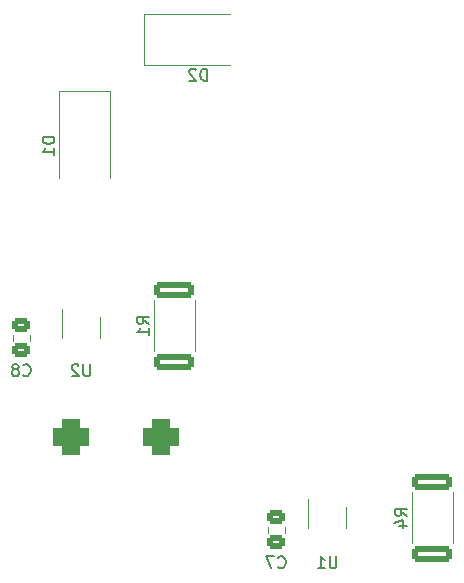
<source format=gbo>
G04 #@! TF.GenerationSoftware,KiCad,Pcbnew,7.0.1*
G04 #@! TF.CreationDate,2023-04-08T17:38:13-04:00*
G04 #@! TF.ProjectId,Input,496e7075-742e-46b6-9963-61645f706362,rev?*
G04 #@! TF.SameCoordinates,Original*
G04 #@! TF.FileFunction,Legend,Bot*
G04 #@! TF.FilePolarity,Positive*
%FSLAX46Y46*%
G04 Gerber Fmt 4.6, Leading zero omitted, Abs format (unit mm)*
G04 Created by KiCad (PCBNEW 7.0.1) date 2023-04-08 17:38:13*
%MOMM*%
%LPD*%
G01*
G04 APERTURE LIST*
G04 Aperture macros list*
%AMRoundRect*
0 Rectangle with rounded corners*
0 $1 Rounding radius*
0 $2 $3 $4 $5 $6 $7 $8 $9 X,Y pos of 4 corners*
0 Add a 4 corners polygon primitive as box body*
4,1,4,$2,$3,$4,$5,$6,$7,$8,$9,$2,$3,0*
0 Add four circle primitives for the rounded corners*
1,1,$1+$1,$2,$3*
1,1,$1+$1,$4,$5*
1,1,$1+$1,$6,$7*
1,1,$1+$1,$8,$9*
0 Add four rect primitives between the rounded corners*
20,1,$1+$1,$2,$3,$4,$5,0*
20,1,$1+$1,$4,$5,$6,$7,0*
20,1,$1+$1,$6,$7,$8,$9,0*
20,1,$1+$1,$8,$9,$2,$3,0*%
G04 Aperture macros list end*
%ADD10C,0.150000*%
%ADD11C,0.120000*%
%ADD12C,1.026200*%
%ADD13C,1.576200*%
%ADD14C,0.010000*%
%ADD15C,1.226200*%
%ADD16R,2.030000X1.730000*%
%ADD17O,2.030000X1.730000*%
%ADD18R,1.600000X1.600000*%
%ADD19C,1.600000*%
%ADD20RoundRect,0.750000X-0.750000X-0.750000X0.750000X-0.750000X0.750000X0.750000X-0.750000X0.750000X0*%
%ADD21C,3.000000*%
%ADD22C,6.400000*%
%ADD23RoundRect,0.750000X0.750000X0.750000X-0.750000X0.750000X-0.750000X-0.750000X0.750000X-0.750000X0*%
%ADD24R,1.803400X1.803400*%
%ADD25C,1.803400*%
%ADD26R,2.400000X2.400000*%
%ADD27C,2.400000*%
%ADD28R,2.616200X2.616200*%
%ADD29C,2.616200*%
%ADD30C,1.676400*%
%ADD31C,2.641600*%
%ADD32C,1.500000*%
%ADD33R,0.650000X1.560000*%
%ADD34RoundRect,0.250000X-0.475000X0.337500X-0.475000X-0.337500X0.475000X-0.337500X0.475000X0.337500X0*%
%ADD35R,2.300000X3.500000*%
%ADD36R,3.500000X2.300000*%
%ADD37RoundRect,0.249999X-1.425001X0.450001X-1.425001X-0.450001X1.425001X-0.450001X1.425001X0.450001X0*%
G04 APERTURE END LIST*
D10*
X118617904Y-102218619D02*
X118617904Y-103028142D01*
X118617904Y-103028142D02*
X118570285Y-103123380D01*
X118570285Y-103123380D02*
X118522666Y-103171000D01*
X118522666Y-103171000D02*
X118427428Y-103218619D01*
X118427428Y-103218619D02*
X118236952Y-103218619D01*
X118236952Y-103218619D02*
X118141714Y-103171000D01*
X118141714Y-103171000D02*
X118094095Y-103123380D01*
X118094095Y-103123380D02*
X118046476Y-103028142D01*
X118046476Y-103028142D02*
X118046476Y-102218619D01*
X117617904Y-102313857D02*
X117570285Y-102266238D01*
X117570285Y-102266238D02*
X117475047Y-102218619D01*
X117475047Y-102218619D02*
X117236952Y-102218619D01*
X117236952Y-102218619D02*
X117141714Y-102266238D01*
X117141714Y-102266238D02*
X117094095Y-102313857D01*
X117094095Y-102313857D02*
X117046476Y-102409095D01*
X117046476Y-102409095D02*
X117046476Y-102504333D01*
X117046476Y-102504333D02*
X117094095Y-102647190D01*
X117094095Y-102647190D02*
X117665523Y-103218619D01*
X117665523Y-103218619D02*
X117046476Y-103218619D01*
X112942666Y-103110380D02*
X112990285Y-103158000D01*
X112990285Y-103158000D02*
X113133142Y-103205619D01*
X113133142Y-103205619D02*
X113228380Y-103205619D01*
X113228380Y-103205619D02*
X113371237Y-103158000D01*
X113371237Y-103158000D02*
X113466475Y-103062761D01*
X113466475Y-103062761D02*
X113514094Y-102967523D01*
X113514094Y-102967523D02*
X113561713Y-102777047D01*
X113561713Y-102777047D02*
X113561713Y-102634190D01*
X113561713Y-102634190D02*
X113514094Y-102443714D01*
X113514094Y-102443714D02*
X113466475Y-102348476D01*
X113466475Y-102348476D02*
X113371237Y-102253238D01*
X113371237Y-102253238D02*
X113228380Y-102205619D01*
X113228380Y-102205619D02*
X113133142Y-102205619D01*
X113133142Y-102205619D02*
X112990285Y-102253238D01*
X112990285Y-102253238D02*
X112942666Y-102300857D01*
X112371237Y-102634190D02*
X112466475Y-102586571D01*
X112466475Y-102586571D02*
X112514094Y-102538952D01*
X112514094Y-102538952D02*
X112561713Y-102443714D01*
X112561713Y-102443714D02*
X112561713Y-102396095D01*
X112561713Y-102396095D02*
X112514094Y-102300857D01*
X112514094Y-102300857D02*
X112466475Y-102253238D01*
X112466475Y-102253238D02*
X112371237Y-102205619D01*
X112371237Y-102205619D02*
X112180761Y-102205619D01*
X112180761Y-102205619D02*
X112085523Y-102253238D01*
X112085523Y-102253238D02*
X112037904Y-102300857D01*
X112037904Y-102300857D02*
X111990285Y-102396095D01*
X111990285Y-102396095D02*
X111990285Y-102443714D01*
X111990285Y-102443714D02*
X112037904Y-102538952D01*
X112037904Y-102538952D02*
X112085523Y-102586571D01*
X112085523Y-102586571D02*
X112180761Y-102634190D01*
X112180761Y-102634190D02*
X112371237Y-102634190D01*
X112371237Y-102634190D02*
X112466475Y-102681809D01*
X112466475Y-102681809D02*
X112514094Y-102729428D01*
X112514094Y-102729428D02*
X112561713Y-102824666D01*
X112561713Y-102824666D02*
X112561713Y-103015142D01*
X112561713Y-103015142D02*
X112514094Y-103110380D01*
X112514094Y-103110380D02*
X112466475Y-103158000D01*
X112466475Y-103158000D02*
X112371237Y-103205619D01*
X112371237Y-103205619D02*
X112180761Y-103205619D01*
X112180761Y-103205619D02*
X112085523Y-103158000D01*
X112085523Y-103158000D02*
X112037904Y-103110380D01*
X112037904Y-103110380D02*
X111990285Y-103015142D01*
X111990285Y-103015142D02*
X111990285Y-102824666D01*
X111990285Y-102824666D02*
X112037904Y-102729428D01*
X112037904Y-102729428D02*
X112085523Y-102681809D01*
X112085523Y-102681809D02*
X112180761Y-102634190D01*
X115582619Y-82967905D02*
X114582619Y-82967905D01*
X114582619Y-82967905D02*
X114582619Y-83206000D01*
X114582619Y-83206000D02*
X114630238Y-83348857D01*
X114630238Y-83348857D02*
X114725476Y-83444095D01*
X114725476Y-83444095D02*
X114820714Y-83491714D01*
X114820714Y-83491714D02*
X115011190Y-83539333D01*
X115011190Y-83539333D02*
X115154047Y-83539333D01*
X115154047Y-83539333D02*
X115344523Y-83491714D01*
X115344523Y-83491714D02*
X115439761Y-83444095D01*
X115439761Y-83444095D02*
X115535000Y-83348857D01*
X115535000Y-83348857D02*
X115582619Y-83206000D01*
X115582619Y-83206000D02*
X115582619Y-82967905D01*
X115582619Y-84491714D02*
X115582619Y-83920286D01*
X115582619Y-84206000D02*
X114582619Y-84206000D01*
X114582619Y-84206000D02*
X114725476Y-84110762D01*
X114725476Y-84110762D02*
X114820714Y-84015524D01*
X114820714Y-84015524D02*
X114868333Y-83920286D01*
X128510094Y-78184619D02*
X128510094Y-77184619D01*
X128510094Y-77184619D02*
X128271999Y-77184619D01*
X128271999Y-77184619D02*
X128129142Y-77232238D01*
X128129142Y-77232238D02*
X128033904Y-77327476D01*
X128033904Y-77327476D02*
X127986285Y-77422714D01*
X127986285Y-77422714D02*
X127938666Y-77613190D01*
X127938666Y-77613190D02*
X127938666Y-77756047D01*
X127938666Y-77756047D02*
X127986285Y-77946523D01*
X127986285Y-77946523D02*
X128033904Y-78041761D01*
X128033904Y-78041761D02*
X128129142Y-78137000D01*
X128129142Y-78137000D02*
X128271999Y-78184619D01*
X128271999Y-78184619D02*
X128510094Y-78184619D01*
X127557713Y-77279857D02*
X127510094Y-77232238D01*
X127510094Y-77232238D02*
X127414856Y-77184619D01*
X127414856Y-77184619D02*
X127176761Y-77184619D01*
X127176761Y-77184619D02*
X127081523Y-77232238D01*
X127081523Y-77232238D02*
X127033904Y-77279857D01*
X127033904Y-77279857D02*
X126986285Y-77375095D01*
X126986285Y-77375095D02*
X126986285Y-77470333D01*
X126986285Y-77470333D02*
X127033904Y-77613190D01*
X127033904Y-77613190D02*
X127605332Y-78184619D01*
X127605332Y-78184619D02*
X126986285Y-78184619D01*
X134532666Y-119379380D02*
X134580285Y-119427000D01*
X134580285Y-119427000D02*
X134723142Y-119474619D01*
X134723142Y-119474619D02*
X134818380Y-119474619D01*
X134818380Y-119474619D02*
X134961237Y-119427000D01*
X134961237Y-119427000D02*
X135056475Y-119331761D01*
X135056475Y-119331761D02*
X135104094Y-119236523D01*
X135104094Y-119236523D02*
X135151713Y-119046047D01*
X135151713Y-119046047D02*
X135151713Y-118903190D01*
X135151713Y-118903190D02*
X135104094Y-118712714D01*
X135104094Y-118712714D02*
X135056475Y-118617476D01*
X135056475Y-118617476D02*
X134961237Y-118522238D01*
X134961237Y-118522238D02*
X134818380Y-118474619D01*
X134818380Y-118474619D02*
X134723142Y-118474619D01*
X134723142Y-118474619D02*
X134580285Y-118522238D01*
X134580285Y-118522238D02*
X134532666Y-118569857D01*
X134199332Y-118474619D02*
X133532666Y-118474619D01*
X133532666Y-118474619D02*
X133961237Y-119474619D01*
X123582619Y-98779333D02*
X123106428Y-98446000D01*
X123582619Y-98207905D02*
X122582619Y-98207905D01*
X122582619Y-98207905D02*
X122582619Y-98588857D01*
X122582619Y-98588857D02*
X122630238Y-98684095D01*
X122630238Y-98684095D02*
X122677857Y-98731714D01*
X122677857Y-98731714D02*
X122773095Y-98779333D01*
X122773095Y-98779333D02*
X122915952Y-98779333D01*
X122915952Y-98779333D02*
X123011190Y-98731714D01*
X123011190Y-98731714D02*
X123058809Y-98684095D01*
X123058809Y-98684095D02*
X123106428Y-98588857D01*
X123106428Y-98588857D02*
X123106428Y-98207905D01*
X123582619Y-99731714D02*
X123582619Y-99160286D01*
X123582619Y-99446000D02*
X122582619Y-99446000D01*
X122582619Y-99446000D02*
X122725476Y-99350762D01*
X122725476Y-99350762D02*
X122820714Y-99255524D01*
X122820714Y-99255524D02*
X122868333Y-99160286D01*
X145426619Y-115035333D02*
X144950428Y-114702000D01*
X145426619Y-114463905D02*
X144426619Y-114463905D01*
X144426619Y-114463905D02*
X144426619Y-114844857D01*
X144426619Y-114844857D02*
X144474238Y-114940095D01*
X144474238Y-114940095D02*
X144521857Y-114987714D01*
X144521857Y-114987714D02*
X144617095Y-115035333D01*
X144617095Y-115035333D02*
X144759952Y-115035333D01*
X144759952Y-115035333D02*
X144855190Y-114987714D01*
X144855190Y-114987714D02*
X144902809Y-114940095D01*
X144902809Y-114940095D02*
X144950428Y-114844857D01*
X144950428Y-114844857D02*
X144950428Y-114463905D01*
X144759952Y-115892476D02*
X145426619Y-115892476D01*
X144379000Y-115654381D02*
X145093285Y-115416286D01*
X145093285Y-115416286D02*
X145093285Y-116035333D01*
X139455904Y-118474619D02*
X139455904Y-119284142D01*
X139455904Y-119284142D02*
X139408285Y-119379380D01*
X139408285Y-119379380D02*
X139360666Y-119427000D01*
X139360666Y-119427000D02*
X139265428Y-119474619D01*
X139265428Y-119474619D02*
X139074952Y-119474619D01*
X139074952Y-119474619D02*
X138979714Y-119427000D01*
X138979714Y-119427000D02*
X138932095Y-119379380D01*
X138932095Y-119379380D02*
X138884476Y-119284142D01*
X138884476Y-119284142D02*
X138884476Y-118474619D01*
X137884476Y-119474619D02*
X138455904Y-119474619D01*
X138170190Y-119474619D02*
X138170190Y-118474619D01*
X138170190Y-118474619D02*
X138265428Y-118617476D01*
X138265428Y-118617476D02*
X138360666Y-118712714D01*
X138360666Y-118712714D02*
X138455904Y-118760333D01*
D11*
X116246000Y-100007500D02*
X116246000Y-97557500D01*
X119466000Y-98207500D02*
X119466000Y-100007500D01*
X112041000Y-99687748D02*
X112041000Y-100210252D01*
X113511000Y-99687748D02*
X113511000Y-100210252D01*
X115970000Y-79106000D02*
X115970000Y-86406000D01*
X120270000Y-79106000D02*
X120270000Y-86406000D01*
X115970000Y-79106000D02*
X120270000Y-79106000D01*
X123172000Y-76872000D02*
X130472000Y-76872000D01*
X123172000Y-72572000D02*
X130472000Y-72572000D01*
X123172000Y-76872000D02*
X123172000Y-72572000D01*
X133631000Y-115956748D02*
X133631000Y-116479252D01*
X135101000Y-115956748D02*
X135101000Y-116479252D01*
X127450000Y-96768936D02*
X127450000Y-101123064D01*
X124030000Y-96768936D02*
X124030000Y-101123064D01*
X145874000Y-113024936D02*
X145874000Y-117379064D01*
X149294000Y-113024936D02*
X149294000Y-117379064D01*
X140304000Y-114302000D02*
X140304000Y-116102000D01*
X137084000Y-116102000D02*
X137084000Y-113652000D01*
%LPC*%
D12*
X183559100Y-98362000D02*
G75*
G03*
X183559100Y-98362000I-513100J0D01*
G01*
X189059100Y-131962000D02*
G75*
G03*
X189059100Y-131962000I-513100J0D01*
G01*
X183559100Y-136162000D02*
G75*
G03*
X183559100Y-136162000I-513100J0D01*
G01*
X189059100Y-144562000D02*
G75*
G03*
X189059100Y-144562000I-513100J0D01*
G01*
X183559100Y-123562000D02*
G75*
G03*
X183559100Y-123562000I-513100J0D01*
G01*
X189059100Y-110962000D02*
G75*
G03*
X189059100Y-110962000I-513100J0D01*
G01*
X183559100Y-110962000D02*
G75*
G03*
X183559100Y-110962000I-513100J0D01*
G01*
X189059100Y-119362000D02*
G75*
G03*
X189059100Y-119362000I-513100J0D01*
G01*
X183559100Y-106762000D02*
G75*
G03*
X183559100Y-106762000I-513100J0D01*
G01*
X183559100Y-140362000D02*
G75*
G03*
X183559100Y-140362000I-513100J0D01*
G01*
X183559100Y-119362000D02*
G75*
G03*
X183559100Y-119362000I-513100J0D01*
G01*
X189059100Y-127762000D02*
G75*
G03*
X189059100Y-127762000I-513100J0D01*
G01*
X189059100Y-106762000D02*
G75*
G03*
X189059100Y-106762000I-513100J0D01*
G01*
X189059100Y-102562000D02*
G75*
G03*
X189059100Y-102562000I-513100J0D01*
G01*
X189059100Y-123562000D02*
G75*
G03*
X189059100Y-123562000I-513100J0D01*
G01*
X189059100Y-115162000D02*
G75*
G03*
X189059100Y-115162000I-513100J0D01*
G01*
X189059100Y-98362000D02*
G75*
G03*
X189059100Y-98362000I-513100J0D01*
G01*
X189059100Y-140362000D02*
G75*
G03*
X189059100Y-140362000I-513100J0D01*
G01*
X183559100Y-102562000D02*
G75*
G03*
X183559100Y-102562000I-513100J0D01*
G01*
D13*
X188874100Y-149262000D02*
G75*
G03*
X188874100Y-149262000I-788100J0D01*
G01*
D12*
X189059100Y-136162000D02*
G75*
G03*
X189059100Y-136162000I-513100J0D01*
G01*
X183559100Y-115162000D02*
G75*
G03*
X183559100Y-115162000I-513100J0D01*
G01*
X183559100Y-131962000D02*
G75*
G03*
X183559100Y-131962000I-513100J0D01*
G01*
D13*
X188874100Y-93662000D02*
G75*
G03*
X188874100Y-93662000I-788100J0D01*
G01*
D12*
X183559100Y-127762000D02*
G75*
G03*
X183559100Y-127762000I-513100J0D01*
G01*
D14*
X184072200Y-145588200D02*
X182019800Y-145588200D01*
X182019800Y-143535800D01*
X184072200Y-143535800D01*
X184072200Y-145588200D01*
G36*
X184072200Y-145588200D02*
G01*
X182019800Y-145588200D01*
X182019800Y-143535800D01*
X184072200Y-143535800D01*
X184072200Y-145588200D01*
G37*
D15*
X188573100Y-51354800D02*
G75*
G03*
X188573100Y-51354800I-613100J0D01*
G01*
X184373100Y-51354800D02*
G75*
G03*
X184373100Y-51354800I-613100J0D01*
G01*
X184373100Y-59754800D02*
G75*
G03*
X184373100Y-59754800I-613100J0D01*
G01*
X188573100Y-59754800D02*
G75*
G03*
X188573100Y-59754800I-613100J0D01*
G01*
X184373100Y-55554800D02*
G75*
G03*
X184373100Y-55554800I-613100J0D01*
G01*
X188573100Y-63954800D02*
G75*
G03*
X188573100Y-63954800I-613100J0D01*
G01*
X188573100Y-55554800D02*
G75*
G03*
X188573100Y-55554800I-613100J0D01*
G01*
D14*
X184986200Y-65181000D02*
X182533800Y-65181000D01*
X182533800Y-62728600D01*
X184986200Y-62728600D01*
X184986200Y-65181000D01*
G36*
X184986200Y-65181000D02*
G01*
X182533800Y-65181000D01*
X182533800Y-62728600D01*
X184986200Y-62728600D01*
X184986200Y-65181000D01*
G37*
D15*
X188573100Y-77783000D02*
G75*
G03*
X188573100Y-77783000I-613100J0D01*
G01*
X188573100Y-81983000D02*
G75*
G03*
X188573100Y-81983000I-613100J0D01*
G01*
X188573100Y-86183000D02*
G75*
G03*
X188573100Y-86183000I-613100J0D01*
G01*
X184373100Y-73583000D02*
G75*
G03*
X184373100Y-73583000I-613100J0D01*
G01*
X188573100Y-73583000D02*
G75*
G03*
X188573100Y-73583000I-613100J0D01*
G01*
X184373100Y-81983000D02*
G75*
G03*
X184373100Y-81983000I-613100J0D01*
G01*
X184373100Y-77783000D02*
G75*
G03*
X184373100Y-77783000I-613100J0D01*
G01*
D14*
X184986200Y-87409200D02*
X182533800Y-87409200D01*
X182533800Y-84956800D01*
X184986200Y-84956800D01*
X184986200Y-87409200D01*
G36*
X184986200Y-87409200D02*
G01*
X182533800Y-87409200D01*
X182533800Y-84956800D01*
X184986200Y-84956800D01*
X184986200Y-87409200D01*
G37*
D16*
X107899799Y-117732000D03*
D17*
X107899799Y-120272000D03*
X107899799Y-122812000D03*
D18*
X109904379Y-108344000D03*
D19*
X107404379Y-108344000D03*
D20*
X124637000Y-108344000D03*
X117017000Y-108344000D03*
D21*
X151227000Y-108344000D03*
X143607000Y-108344000D03*
D22*
X102376000Y-42436000D03*
D23*
X143861000Y-59690000D03*
X151481000Y-59690000D03*
D21*
X124891000Y-59690000D03*
X117271000Y-59690000D03*
D24*
X107391799Y-56742000D03*
D25*
X107391799Y-51742000D03*
D24*
X171664000Y-150949001D03*
D25*
X166664000Y-150949001D03*
D26*
X151892000Y-148661000D03*
D27*
X146812000Y-148661000D03*
X141732000Y-148661000D03*
X136652000Y-148661000D03*
D21*
X188086000Y-149262000D03*
X188086000Y-93662000D03*
D22*
X102372000Y-155829000D03*
D28*
X160498500Y-102362000D03*
D29*
X170498500Y-102362000D03*
D22*
X188976000Y-155811000D03*
D30*
X122361800Y-89344800D03*
D31*
X137601800Y-93154800D03*
X145221800Y-93154800D03*
X135061800Y-75374800D03*
D30*
X122361800Y-79184800D03*
D24*
X145378000Y-47945999D03*
D25*
X150378000Y-47945999D03*
X155378000Y-47945999D03*
D24*
X107391799Y-69848400D03*
D25*
X107391799Y-64848400D03*
D24*
X107391799Y-95604000D03*
D25*
X107391799Y-90604000D03*
D28*
X160498500Y-128778000D03*
D29*
X170498500Y-128778000D03*
D24*
X107391799Y-82904000D03*
D25*
X107391799Y-77904000D03*
D24*
X107391799Y-133223000D03*
D25*
X107391799Y-128223000D03*
D32*
X127174000Y-67704000D03*
X135074000Y-67704000D03*
D22*
X188976000Y-42418000D03*
D24*
X128444000Y-150949001D03*
D25*
X123444000Y-150949001D03*
X118444000Y-150949001D03*
D28*
X160498500Y-75946000D03*
D29*
X170498500Y-75946000D03*
D33*
X116906000Y-97757500D03*
X117856000Y-97757500D03*
X118806000Y-97757500D03*
X118806000Y-100457500D03*
X116906000Y-100457500D03*
D34*
X112776000Y-98911500D03*
X112776000Y-100986500D03*
D35*
X118120000Y-81006000D03*
X118120000Y-86406000D03*
D36*
X125072000Y-74722000D03*
X130472000Y-74722000D03*
D34*
X134366000Y-115180500D03*
X134366000Y-117255500D03*
D37*
X125740000Y-95896000D03*
X125740000Y-101996000D03*
X147584000Y-112152000D03*
X147584000Y-118252000D03*
D33*
X137744000Y-113852000D03*
X138694000Y-113852000D03*
X139644000Y-113852000D03*
X139644000Y-116552000D03*
X137744000Y-116552000D03*
M02*

</source>
